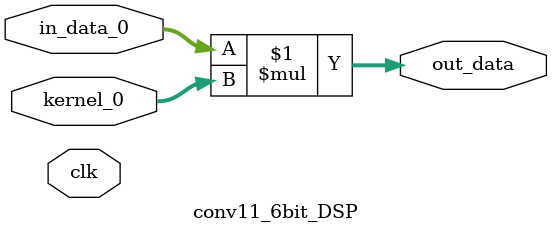
<source format=v>
module conv11_6bit_DSP (
  input [5:0] in_data_0, // 输入数据
  input [5:0] kernel_0, // 卷积核
  input clk,
  output [11:0] out_data // 输出数据
);  

  assign out_data = in_data_0 * kernel_0 ; // 乘法器

endmodule




</source>
